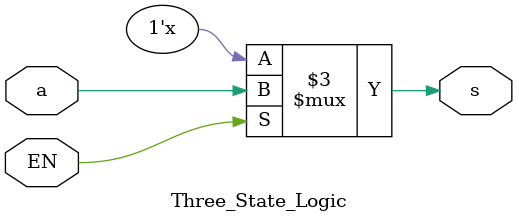
<source format=v>
module Three_State_Logic(a, s, EN);
    input a;
    output reg s;
    input EN;

    always @(*) begin
        if (EN)
            s = a;
        else
            s = 1'bz;   
    end
endmodule
</source>
